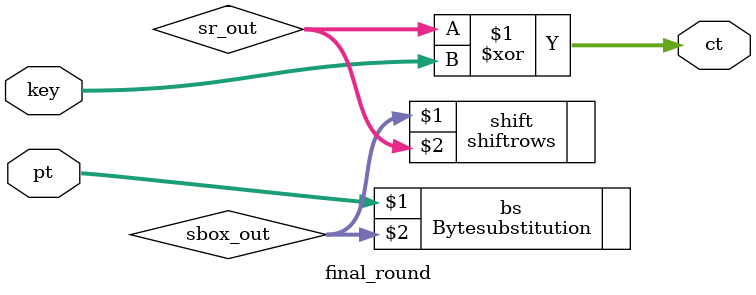
<source format=v>


module rounds(
    input wire en,
    input wire [127:0] pt,
    input wire [127:0] key,
    output wire [127:0] ct
    );
        
    wire [3:0] round [0:9];    
    wire [127:0] r0_out, r1_out,r2_out,r3_out,r4_out,r5_out,r6_out,r7_out,r8_out,r9_out, r10_out;
    wire [127:0] keyout1,keyout2,keyout3,keyout4,keyout5,keyout6,keyout7,keyout8,keyout9,keyout10;
    wire [127:0] cttemp;
    
    key_addition k0(key, 4'd0, keyout1);
    key_addition k1(keyout1, 4'd1, keyout2);
    key_addition k2(keyout2, 4'd2, keyout3);
    key_addition k3(keyout3, 4'd3, keyout4);
    key_addition k4(keyout4, 4'd4, keyout5);
    key_addition k5(keyout5, 4'd5, keyout6);
    key_addition k6(keyout6, 4'd6, keyout7);
    key_addition k7(keyout7, 4'd7, keyout8);
    key_addition k8(keyout8, 4'd8, keyout9);
    key_addition k9(keyout9, 4'd9, keyout10);
    
    assign r0_out = pt ^ key;
    round r0(r0_out, keyout1, r1_out);
    round r1(r1_out, keyout2, r2_out);
    round r2(r2_out, keyout3, r3_out);
    round r3(r3_out, keyout4, r4_out);
    round r4(r4_out, keyout5, r5_out);
    round r5(r5_out, keyout6, r6_out);
    round r6(r6_out, keyout7, r7_out);
    round r7(r7_out, keyout8, r8_out);
    round r8(r8_out, keyout9, r9_out);
    final_round r9(r9_out, keyout10, r10_out);
    
    assign ct = (en) ? r10_out:pt;

   
    
    ////assign ct = pt;
    
endmodule

module round(
    input wire [127:0] pt,
    input wire [127:0] key,
    output wire [127:0] ct
    );

    wire [127:0] sbox_out;
    wire [127:0] sr_out;
    wire [127:0] mc_out;
    
    Bytesubstitution bs(pt, sbox_out);
    shiftrows shift(sbox_out, sr_out);
    mix_col mix(sr_out, mc_out);
    
    assign ct = mc_out ^ key;
    
endmodule

module final_round(
    input wire [127:0] pt,
    input wire [127:0] key,
    output wire [127:0] ct
    );

    wire [127:0] sbox_out;
    wire [127:0] sr_out;
    
    Bytesubstitution bs(pt, sbox_out);
    shiftrows shift(sbox_out, sr_out);
    
    assign ct = sr_out ^ key;
endmodule
</source>
